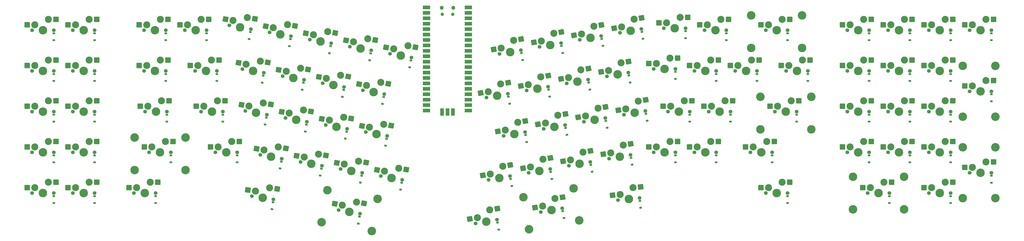
<source format=gbr>
%TF.GenerationSoftware,KiCad,Pcbnew,8.0.1*%
%TF.CreationDate,2024-04-27T19:13:13+09:00*%
%TF.ProjectId,sand-at,73616e64-2d61-4742-9e6b-696361645f70,rev?*%
%TF.SameCoordinates,Original*%
%TF.FileFunction,Soldermask,Bot*%
%TF.FilePolarity,Negative*%
%FSLAX46Y46*%
G04 Gerber Fmt 4.6, Leading zero omitted, Abs format (unit mm)*
G04 Created by KiCad (PCBNEW 8.0.1) date 2024-04-27 19:13:13*
%MOMM*%
%LPD*%
G01*
G04 APERTURE LIST*
G04 Aperture macros list*
%AMRoundRect*
0 Rectangle with rounded corners*
0 $1 Rounding radius*
0 $2 $3 $4 $5 $6 $7 $8 $9 X,Y pos of 4 corners*
0 Add a 4 corners polygon primitive as box body*
4,1,4,$2,$3,$4,$5,$6,$7,$8,$9,$2,$3,0*
0 Add four circle primitives for the rounded corners*
1,1,$1+$1,$2,$3*
1,1,$1+$1,$4,$5*
1,1,$1+$1,$6,$7*
1,1,$1+$1,$8,$9*
0 Add four rect primitives between the rounded corners*
20,1,$1+$1,$2,$3,$4,$5,0*
20,1,$1+$1,$4,$5,$6,$7,0*
20,1,$1+$1,$6,$7,$8,$9,0*
20,1,$1+$1,$8,$9,$2,$3,0*%
G04 Aperture macros list end*
%ADD10C,1.750000*%
%ADD11C,3.987800*%
%ADD12RoundRect,0.250000X-0.835780X-1.162797X1.183076X-0.806818X0.835780X1.162797X-1.183076X0.806818X0*%
%ADD13C,3.300000*%
%ADD14RoundRect,0.250000X-1.025000X-1.000000X1.025000X-1.000000X1.025000X1.000000X-1.025000X1.000000X0*%
%ADD15RoundRect,0.250000X-1.183076X-0.806818X0.835780X-1.162797X1.183076X0.806818X-0.835780X1.162797X0*%
%ADD16C,4.000000*%
%ADD17RoundRect,0.250000X-0.914856X-1.101664X1.123913X-0.887380X0.914856X1.101664X-1.123913X0.887380X0*%
%ADD18RoundRect,0.250000X-1.161551X-0.837511X0.865932X-1.140521X1.161551X0.837511X-0.865932X1.140521X0*%
%ADD19RoundRect,0.225000X0.330232X-0.286700X0.408374X0.156464X-0.330232X0.286700X-0.408374X-0.156464X0*%
%ADD20RoundRect,0.225000X0.396465X-0.184569X0.349427X0.262966X-0.396465X0.184569X-0.349427X-0.262966X0*%
%ADD21RoundRect,0.225000X0.408374X-0.156464X0.330232X0.286700X-0.408374X0.156464X-0.330232X-0.286700X0*%
%ADD22RoundRect,0.225000X0.375000X-0.225000X0.375000X0.225000X-0.375000X0.225000X-0.375000X-0.225000X0*%
%ADD23RoundRect,0.225000X0.337624X-0.277957X0.404138X0.167100X-0.337624X0.277957X-0.404138X-0.167100X0*%
%ADD24O,1.800000X1.800000*%
%ADD25O,1.500000X1.500000*%
%ADD26O,1.700000X1.700000*%
%ADD27R,3.500000X1.700000*%
%ADD28R,1.700000X1.700000*%
%ADD29R,1.700000X3.500000*%
G04 APERTURE END LIST*
D10*
%TO.C,SW52*%
X340113943Y-91140588D03*
D11*
X345116766Y-90258455D03*
D10*
X350119589Y-89376322D03*
D12*
X337427515Y-89035094D03*
D13*
X340923582Y-88418643D03*
X346736045Y-84814565D03*
D12*
X350232112Y-84198114D03*
%TD*%
D10*
%TO.C,SW60*%
X82495000Y-108793050D03*
D11*
X87575000Y-108793050D03*
D10*
X92655000Y-108793050D03*
D14*
X80215000Y-106253050D03*
D13*
X83765000Y-106253050D03*
X90115000Y-103713050D03*
D14*
X93665000Y-103713050D03*
%TD*%
D10*
%TO.C,SW27*%
X199306937Y-76404731D03*
D11*
X204309760Y-77286864D03*
D10*
X209312583Y-78168997D03*
D15*
X197502641Y-73507402D03*
D13*
X200998709Y-74123853D03*
X207693304Y-72725107D03*
D15*
X211189372Y-73341558D03*
%TD*%
D10*
%TO.C,SW7*%
X193234641Y-55990144D03*
D11*
X198237464Y-56872277D03*
D10*
X203240287Y-57754410D03*
D15*
X191430345Y-53092815D03*
D13*
X194926413Y-53709266D03*
X201621008Y-52310520D03*
D15*
X205117076Y-52926971D03*
%TD*%
D16*
%TO.C,S84*%
X319176636Y-140612909D03*
D11*
X316530238Y-125604438D03*
D16*
X295725901Y-144747906D03*
D11*
X293079503Y-129739436D03*
%TD*%
D10*
%TO.C,SW51*%
X321353355Y-94448586D03*
D11*
X326356178Y-93566453D03*
D10*
X331359001Y-92684320D03*
D12*
X318666927Y-92343092D03*
D13*
X322162994Y-91726641D03*
X327975457Y-88122563D03*
D12*
X331471524Y-87506112D03*
%TD*%
D10*
%TO.C,SW67*%
X276821854Y-121644568D03*
D11*
X281824677Y-120762435D03*
D10*
X286827500Y-119880302D03*
D12*
X274135426Y-119539074D03*
D13*
X277631493Y-118922623D03*
X283443956Y-115318545D03*
D12*
X286940023Y-114702094D03*
%TD*%
D10*
%TO.C,SW88*%
X482545000Y-127843050D03*
D11*
X487625000Y-127843050D03*
D10*
X492705000Y-127843050D03*
D14*
X480265000Y-125303050D03*
D13*
X483815000Y-125303050D03*
X490165000Y-122763050D03*
D14*
X493715000Y-122763050D03*
%TD*%
D10*
%TO.C,SW14*%
X358720000Y-50690550D03*
D11*
X363800000Y-50690550D03*
D10*
X368880000Y-50690550D03*
D14*
X356440000Y-48150550D03*
D13*
X359990000Y-48150550D03*
X366340000Y-45610550D03*
D14*
X369890000Y-45610550D03*
%TD*%
D10*
%TO.C,SW85*%
X337292168Y-131131509D03*
D11*
X342344339Y-130600504D03*
D10*
X347396510Y-130069499D03*
D17*
X334759156Y-128843748D03*
D13*
X338289708Y-128472672D03*
X344339420Y-125282830D03*
D17*
X347869973Y-124911754D03*
%TD*%
D10*
%TO.C,SW12*%
X319427507Y-56100411D03*
D11*
X324430330Y-55218278D03*
D10*
X329433153Y-54336145D03*
D12*
X316741079Y-53994917D03*
D13*
X320237146Y-53378466D03*
X326049609Y-49774388D03*
D12*
X329545676Y-49157937D03*
%TD*%
D10*
%TO.C,SW59*%
X63445000Y-108793050D03*
D11*
X68525000Y-108793050D03*
D10*
X73605000Y-108793050D03*
D14*
X61165000Y-106253050D03*
D13*
X64715000Y-106253050D03*
X71065000Y-103713050D03*
D14*
X74615000Y-103713050D03*
%TD*%
D10*
%TO.C,SW44*%
X142502500Y-89743050D03*
D11*
X147582500Y-89743050D03*
D10*
X152662500Y-89743050D03*
D14*
X140222500Y-87203050D03*
D13*
X143772500Y-87203050D03*
X150122500Y-84663050D03*
D14*
X153672500Y-84663050D03*
%TD*%
D10*
%TO.C,SW87*%
X453970000Y-127843050D03*
D11*
X459050000Y-127843050D03*
D10*
X464130000Y-127843050D03*
D14*
X451690000Y-125303050D03*
D13*
X455240000Y-125303050D03*
X461590000Y-122763050D03*
D14*
X465140000Y-122763050D03*
%TD*%
D10*
%TO.C,SW49*%
X283832180Y-101064582D03*
D11*
X288835003Y-100182449D03*
D10*
X293837826Y-99300316D03*
D12*
X281145752Y-98959088D03*
D13*
X284641819Y-98342637D03*
X290454282Y-94738559D03*
D12*
X293950349Y-94122108D03*
%TD*%
D10*
%TO.C,SW20*%
X501595000Y-51643050D03*
D11*
X506675000Y-51643050D03*
D10*
X511755000Y-51643050D03*
D14*
X499315000Y-49103050D03*
D13*
X502865000Y-49103050D03*
X509215000Y-46563050D03*
D14*
X512765000Y-46563050D03*
%TD*%
D10*
%TO.C,SW2*%
X82495000Y-51643050D03*
D11*
X87575000Y-51643050D03*
D10*
X92655000Y-51643050D03*
D14*
X80215000Y-49103050D03*
D13*
X83765000Y-49103050D03*
X90115000Y-46563050D03*
D14*
X93665000Y-46563050D03*
%TD*%
D10*
%TO.C,SW30*%
X294594623Y-79822996D03*
D11*
X299597446Y-78940863D03*
D10*
X304600269Y-78058730D03*
D12*
X291908195Y-77717502D03*
D13*
X295404262Y-77101051D03*
X301216725Y-73496973D03*
D12*
X304712792Y-72880522D03*
%TD*%
D10*
%TO.C,SW73*%
X399201250Y-108793050D03*
D11*
X404281250Y-108793050D03*
D10*
X409361250Y-108793050D03*
D14*
X396921250Y-106253050D03*
D13*
X400471250Y-106253050D03*
X406821250Y-103713050D03*
D14*
X410371250Y-103713050D03*
%TD*%
D10*
%TO.C,SW10*%
X281906331Y-62716407D03*
D11*
X286909154Y-61834274D03*
D10*
X291911977Y-60952141D03*
D12*
X279219903Y-60610913D03*
D13*
X282715970Y-59994462D03*
X288528433Y-56390384D03*
D12*
X292024500Y-55773933D03*
%TD*%
D10*
%TO.C,SW25*%
X161785762Y-69788735D03*
D11*
X166788585Y-70670868D03*
D10*
X171791408Y-71553001D03*
D15*
X159981466Y-66891406D03*
D13*
X163477534Y-67507857D03*
X170172129Y-66109111D03*
D15*
X173668197Y-66725562D03*
%TD*%
D10*
%TO.C,SW31*%
X313355211Y-76514998D03*
D11*
X318358034Y-75632865D03*
D10*
X323360857Y-74750732D03*
D12*
X310668783Y-74409504D03*
D13*
X314164850Y-73793053D03*
X319977313Y-70188975D03*
D12*
X323473380Y-69572524D03*
%TD*%
D10*
%TO.C,SW82*%
X206736487Y-135746392D03*
D11*
X211739310Y-136628525D03*
D10*
X216742133Y-137510658D03*
D15*
X204932191Y-132849063D03*
D13*
X208428259Y-133465514D03*
X215122854Y-132066768D03*
D15*
X218618922Y-132683219D03*
%TD*%
D10*
%TO.C,SW39*%
X482545000Y-70693050D03*
D11*
X487625000Y-70693050D03*
D10*
X492705000Y-70693050D03*
D14*
X480265000Y-68153050D03*
D13*
X483815000Y-68153050D03*
X490165000Y-65613050D03*
D14*
X493715000Y-65613050D03*
%TD*%
D10*
%TO.C,SW40*%
X501595000Y-80218050D03*
D11*
X506675000Y-80218050D03*
D10*
X511755000Y-80218050D03*
D14*
X499315000Y-77678050D03*
D13*
X502865000Y-77678050D03*
X509215000Y-75138050D03*
D14*
X512765000Y-75138050D03*
%TD*%
D10*
%TO.C,SW3*%
X115832500Y-51643050D03*
D11*
X120912500Y-51643050D03*
D10*
X125992500Y-51643050D03*
D14*
X113552500Y-49103050D03*
D13*
X117102500Y-49103050D03*
X123452500Y-46563050D03*
D14*
X127002500Y-46563050D03*
%TD*%
D10*
%TO.C,SW74*%
X444445000Y-108793050D03*
D11*
X449525000Y-108793050D03*
D10*
X454605000Y-108793050D03*
D14*
X442165000Y-106253050D03*
D13*
X445715000Y-106253050D03*
X452065000Y-103713050D03*
D14*
X455615000Y-103713050D03*
%TD*%
D10*
%TO.C,SW63*%
X170178236Y-109956309D03*
D11*
X175181059Y-110838442D03*
D10*
X180183882Y-111720575D03*
D15*
X168373940Y-107058980D03*
D13*
X171870008Y-107675431D03*
X178564603Y-106276685D03*
D15*
X182060671Y-106893136D03*
%TD*%
D16*
%TO.C,S61*%
X111387500Y-101808050D03*
D11*
X111387500Y-117048050D03*
D16*
X135200000Y-101808050D03*
D11*
X135200000Y-117048050D03*
%TD*%
D10*
%TO.C,SW65*%
X207699412Y-116572304D03*
D11*
X212702235Y-117454437D03*
D10*
X217705058Y-118336570D03*
D15*
X205895116Y-113674975D03*
D13*
X209391184Y-114291426D03*
X216085779Y-112892680D03*
D15*
X219581847Y-113509131D03*
%TD*%
D10*
%TO.C,SW84*%
X301235513Y-136683658D03*
D11*
X306238336Y-135801525D03*
D10*
X311241159Y-134919392D03*
D12*
X298549085Y-134578164D03*
D13*
X302045152Y-133961713D03*
X307857615Y-130357635D03*
D12*
X311353682Y-129741184D03*
%TD*%
D10*
%TO.C,SW1*%
X63445000Y-51643050D03*
D11*
X68525000Y-51643050D03*
D10*
X73605000Y-51643050D03*
D14*
X61165000Y-49103050D03*
D13*
X64715000Y-49103050D03*
X71065000Y-46563050D03*
D14*
X74615000Y-46563050D03*
%TD*%
D10*
%TO.C,SW81*%
X166203719Y-129245721D03*
D11*
X171227920Y-129996593D03*
D10*
X176252121Y-130747465D03*
D18*
X164324199Y-126396615D03*
D13*
X167835205Y-126921339D03*
X174490892Y-125347828D03*
D18*
X178001898Y-125872552D03*
%TD*%
D10*
%TO.C,SW50*%
X302592768Y-97756584D03*
D11*
X307595591Y-96874451D03*
D10*
X312598414Y-95992318D03*
D12*
X299906340Y-95651090D03*
D13*
X303402407Y-95034639D03*
X309214870Y-91430561D03*
D12*
X312710937Y-90814110D03*
%TD*%
D10*
%TO.C,SW24*%
X139645000Y-70693050D03*
D11*
X144725000Y-70693050D03*
D10*
X149805000Y-70693050D03*
D14*
X137365000Y-68153050D03*
D13*
X140915000Y-68153050D03*
X147265000Y-65613050D03*
D14*
X150815000Y-65613050D03*
%TD*%
D10*
%TO.C,SW48*%
X219449674Y-99300316D03*
D11*
X224452497Y-100182449D03*
D10*
X229455320Y-101064582D03*
D15*
X217645378Y-96402987D03*
D13*
X221141446Y-97019438D03*
X227836041Y-95620692D03*
D15*
X231332109Y-96237143D03*
%TD*%
D10*
%TO.C,SW56*%
X444445000Y-89743050D03*
D11*
X449525000Y-89743050D03*
D10*
X454605000Y-89743050D03*
D14*
X442165000Y-87203050D03*
D13*
X445715000Y-87203050D03*
X452065000Y-84663050D03*
D14*
X455615000Y-84663050D03*
%TD*%
D10*
%TO.C,SW5*%
X155713466Y-49374149D03*
D11*
X160716289Y-50256282D03*
D10*
X165719112Y-51138415D03*
D15*
X153909170Y-46476820D03*
D13*
X157405238Y-47093271D03*
X164099833Y-45694525D03*
D15*
X167595901Y-46310976D03*
%TD*%
D10*
%TO.C,SW26*%
X180546350Y-73096733D03*
D11*
X185549173Y-73978866D03*
D10*
X190551996Y-74860999D03*
D15*
X178742054Y-70199404D03*
D13*
X182238122Y-70815855D03*
X188932717Y-69417109D03*
D15*
X192428785Y-70033560D03*
%TD*%
D10*
%TO.C,SW61*%
X118213750Y-108793050D03*
D11*
X123293750Y-108793050D03*
D10*
X128373750Y-108793050D03*
D14*
X115933750Y-106253050D03*
D13*
X119483750Y-106253050D03*
X125833750Y-103713050D03*
D14*
X129383750Y-103713050D03*
%TD*%
D10*
%TO.C,SW8*%
X211995229Y-59298142D03*
D11*
X216998052Y-60180275D03*
D10*
X222000875Y-61062408D03*
D15*
X210190933Y-56400813D03*
D13*
X213687001Y-57017264D03*
X220381596Y-55618518D03*
D15*
X223877664Y-56234969D03*
%TD*%
D10*
%TO.C,SW23*%
X115832500Y-70693050D03*
D11*
X120912500Y-70693050D03*
D10*
X125992500Y-70693050D03*
D14*
X113552500Y-68153050D03*
D13*
X117102500Y-68153050D03*
X123452500Y-65613050D03*
D14*
X127002500Y-65613050D03*
%TD*%
D10*
%TO.C,SW86*%
X406345000Y-127843050D03*
D11*
X411425000Y-127843050D03*
D10*
X416505000Y-127843050D03*
D14*
X404065000Y-125303050D03*
D13*
X407615000Y-125303050D03*
X413965000Y-122763050D03*
D14*
X417515000Y-122763050D03*
%TD*%
D10*
%TO.C,SW33*%
X353957500Y-69740550D03*
D11*
X359037500Y-69740550D03*
D10*
X364117500Y-69740550D03*
D14*
X351677500Y-67200550D03*
D13*
X355227500Y-67200550D03*
X361577500Y-64660550D03*
D14*
X365127500Y-64660550D03*
%TD*%
D10*
%TO.C,SW13*%
X338188094Y-52792413D03*
D11*
X343190917Y-51910280D03*
D10*
X348193740Y-51028147D03*
D12*
X335501666Y-50686919D03*
D13*
X338997733Y-50070468D03*
X344810196Y-46466390D03*
D12*
X348306263Y-45849939D03*
%TD*%
D10*
%TO.C,SW55*%
X410631250Y-89743050D03*
D11*
X415711250Y-89743050D03*
D10*
X420791250Y-89743050D03*
D14*
X408351250Y-87203050D03*
D13*
X411901250Y-87203050D03*
X418251250Y-84663050D03*
D14*
X421801250Y-84663050D03*
%TD*%
D10*
%TO.C,SW71*%
X353957500Y-108793050D03*
D11*
X359037500Y-108793050D03*
D10*
X364117500Y-108793050D03*
D14*
X351677500Y-106253050D03*
D13*
X355227500Y-106253050D03*
X361577500Y-103713050D03*
D14*
X365127500Y-103713050D03*
%TD*%
D16*
%TO.C,S40*%
X513660000Y-68311800D03*
D11*
X498420000Y-68311800D03*
D16*
X513660000Y-92124300D03*
D11*
X498420000Y-92124300D03*
%TD*%
D10*
%TO.C,SW36*%
X415870000Y-70693050D03*
D11*
X420950000Y-70693050D03*
D10*
X426030000Y-70693050D03*
D14*
X413590000Y-68153050D03*
D13*
X417140000Y-68153050D03*
X423490000Y-65613050D03*
D14*
X427040000Y-65613050D03*
%TD*%
D10*
%TO.C,SW34*%
X373007500Y-70693050D03*
D11*
X378087500Y-70693050D03*
D10*
X383167500Y-70693050D03*
D14*
X370727500Y-68153050D03*
D13*
X374277500Y-68153050D03*
X380627500Y-65613050D03*
D14*
X384177500Y-65613050D03*
%TD*%
D10*
%TO.C,SW42*%
X82495000Y-89743050D03*
D11*
X87575000Y-89743050D03*
D10*
X92655000Y-89743050D03*
D14*
X80215000Y-87203050D03*
D13*
X83765000Y-87203050D03*
X90115000Y-84663050D03*
D14*
X93665000Y-84663050D03*
%TD*%
D16*
%TO.C,S55*%
X403805000Y-82758050D03*
D11*
X403805000Y-97998050D03*
D16*
X427617500Y-82758050D03*
D11*
X427617500Y-97998050D03*
%TD*%
D10*
%TO.C,SW46*%
X181928499Y-92684320D03*
D11*
X186931322Y-93566453D03*
D10*
X191934145Y-94448586D03*
D15*
X180124203Y-89786991D03*
D13*
X183620271Y-90403442D03*
X190314866Y-89004696D03*
D15*
X193810934Y-89621147D03*
%TD*%
D10*
%TO.C,SW21*%
X63445000Y-70693050D03*
D11*
X68525000Y-70693050D03*
D10*
X73605000Y-70693050D03*
D14*
X61165000Y-68153050D03*
D13*
X64715000Y-68153050D03*
X71065000Y-65613050D03*
D14*
X74615000Y-65613050D03*
%TD*%
D10*
%TO.C,SW35*%
X392057500Y-70693050D03*
D11*
X397137500Y-70693050D03*
D10*
X402217500Y-70693050D03*
D14*
X389777500Y-68153050D03*
D13*
X393327500Y-68153050D03*
X399677500Y-65613050D03*
D14*
X403227500Y-65613050D03*
%TD*%
D10*
%TO.C,SW45*%
X163167911Y-89376322D03*
D11*
X168170734Y-90258455D03*
D10*
X173173557Y-91140588D03*
D15*
X161363615Y-86478993D03*
D13*
X164859683Y-87095444D03*
X171554278Y-85696698D03*
D15*
X175050346Y-86313149D03*
%TD*%
D10*
%TO.C,SW64*%
X188938824Y-113264307D03*
D11*
X193941647Y-114146440D03*
D10*
X198944470Y-115028573D03*
D15*
X187134528Y-110366978D03*
D13*
X190630596Y-110983429D03*
X197325191Y-109584683D03*
D15*
X200821259Y-110201134D03*
%TD*%
D10*
%TO.C,SW70*%
X333103618Y-111720575D03*
D11*
X338106441Y-110838442D03*
D10*
X343109264Y-109956309D03*
D12*
X330417190Y-109615081D03*
D13*
X333913257Y-108998630D03*
X339725720Y-105394552D03*
D12*
X343221787Y-104778101D03*
%TD*%
D10*
%TO.C,SW9*%
X230755817Y-62606140D03*
D11*
X235758640Y-63488273D03*
D10*
X240761463Y-64370406D03*
D15*
X228951521Y-59708811D03*
D13*
X232447589Y-60325262D03*
X239142184Y-58926516D03*
D15*
X242638252Y-59542967D03*
%TD*%
D10*
%TO.C,SW41*%
X63445000Y-89743050D03*
D11*
X68525000Y-89743050D03*
D10*
X73605000Y-89743050D03*
D14*
X61165000Y-87203050D03*
D13*
X64715000Y-87203050D03*
X71065000Y-84663050D03*
D14*
X74615000Y-84663050D03*
%TD*%
D10*
%TO.C,SW11*%
X300666919Y-59408409D03*
D11*
X305669742Y-58526276D03*
D10*
X310672565Y-57644143D03*
D12*
X297980491Y-57302915D03*
D13*
X301476558Y-56686464D03*
X307289021Y-53082386D03*
D12*
X310785088Y-52465935D03*
%TD*%
D10*
%TO.C,SW37*%
X444445000Y-70693050D03*
D11*
X449525000Y-70693050D03*
D10*
X454605000Y-70693050D03*
D14*
X442165000Y-68153050D03*
D13*
X445715000Y-68153050D03*
X452065000Y-65613050D03*
D14*
X455615000Y-65613050D03*
%TD*%
D10*
%TO.C,SW78*%
X63445000Y-127843050D03*
D11*
X68525000Y-127843050D03*
D10*
X73605000Y-127843050D03*
D14*
X61165000Y-125303050D03*
D13*
X64715000Y-125303050D03*
X71065000Y-122763050D03*
D14*
X74615000Y-122763050D03*
%TD*%
D10*
%TO.C,SW54*%
X379675000Y-89743050D03*
D11*
X384755000Y-89743050D03*
D10*
X389835000Y-89743050D03*
D14*
X377395000Y-87203050D03*
D13*
X380945000Y-87203050D03*
X387295000Y-84663050D03*
D14*
X390845000Y-84663050D03*
%TD*%
D10*
%TO.C,SW53*%
X360625000Y-89743050D03*
D11*
X365705000Y-89743050D03*
D10*
X370785000Y-89743050D03*
D14*
X358345000Y-87203050D03*
D13*
X361895000Y-87203050D03*
X368245000Y-84663050D03*
D14*
X371795000Y-84663050D03*
%TD*%
D10*
%TO.C,SW75*%
X463495000Y-108793050D03*
D11*
X468575000Y-108793050D03*
D10*
X473655000Y-108793050D03*
D14*
X461215000Y-106253050D03*
D13*
X464765000Y-106253050D03*
X471115000Y-103713050D03*
D14*
X474665000Y-103713050D03*
%TD*%
D10*
%TO.C,SW47*%
X200689086Y-95992318D03*
D11*
X205691909Y-96874451D03*
D10*
X210694732Y-97756584D03*
D15*
X198884790Y-93094989D03*
D13*
X202380858Y-93711440D03*
X209075453Y-92312694D03*
D15*
X212571521Y-92929145D03*
%TD*%
D10*
%TO.C,SW17*%
X444445000Y-51643050D03*
D11*
X449525000Y-51643050D03*
D10*
X454605000Y-51643050D03*
D14*
X442165000Y-49103050D03*
D13*
X445715000Y-49103050D03*
X452065000Y-46563050D03*
D14*
X455615000Y-46563050D03*
%TD*%
D16*
%TO.C,S16*%
X399518750Y-44658050D03*
D11*
X399518750Y-59898050D03*
D16*
X423331250Y-44658050D03*
D11*
X423331250Y-59898050D03*
%TD*%
D10*
%TO.C,SW69*%
X314343030Y-115028573D03*
D11*
X319345853Y-114146440D03*
D10*
X324348676Y-113264307D03*
D12*
X311656602Y-112923079D03*
D13*
X315152669Y-112306628D03*
X320965132Y-108702550D03*
D12*
X324461199Y-108086099D03*
%TD*%
D16*
%TO.C,S87*%
X470956250Y-135460000D03*
D11*
X470956250Y-120220000D03*
D16*
X447143750Y-135460000D03*
D11*
X447143750Y-120220000D03*
%TD*%
D10*
%TO.C,SW77*%
X501595000Y-118318050D03*
D11*
X506675000Y-118318050D03*
D10*
X511755000Y-118318050D03*
D14*
X499315000Y-115778050D03*
D13*
X502865000Y-115778050D03*
X509215000Y-113238050D03*
D14*
X512765000Y-113238050D03*
%TD*%
D16*
%TO.C,S82*%
X222251745Y-145574906D03*
D11*
X224898143Y-130566436D03*
D16*
X198801010Y-141439909D03*
D11*
X201447408Y-126431438D03*
%TD*%
D10*
%TO.C,SW28*%
X218067525Y-79712728D03*
D11*
X223070348Y-80594861D03*
D10*
X228073171Y-81476994D03*
D15*
X216263229Y-76815399D03*
D13*
X219759297Y-77431850D03*
X226453892Y-76033104D03*
D15*
X229949960Y-76649555D03*
%TD*%
D10*
%TO.C,SW19*%
X482545000Y-51643050D03*
D11*
X487625000Y-51643050D03*
D10*
X492705000Y-51643050D03*
D14*
X480265000Y-49103050D03*
D13*
X483815000Y-49103050D03*
X490165000Y-46563050D03*
D14*
X493715000Y-46563050D03*
%TD*%
D10*
%TO.C,SW66*%
X226460000Y-119880302D03*
D11*
X231462823Y-120762435D03*
D10*
X236465646Y-121644568D03*
D15*
X224655704Y-116982973D03*
D13*
X228151772Y-117599424D03*
X234846367Y-116200678D03*
D15*
X238342435Y-116817129D03*
%TD*%
D10*
%TO.C,SW79*%
X82495000Y-127843050D03*
D11*
X87575000Y-127843050D03*
D10*
X92655000Y-127843050D03*
D14*
X80215000Y-125303050D03*
D13*
X83765000Y-125303050D03*
X90115000Y-122763050D03*
D14*
X93665000Y-122763050D03*
%TD*%
D10*
%TO.C,SW18*%
X463495000Y-51643050D03*
D11*
X468575000Y-51643050D03*
D10*
X473655000Y-51643050D03*
D14*
X461215000Y-49103050D03*
D13*
X464765000Y-49103050D03*
X471115000Y-46563050D03*
D14*
X474665000Y-46563050D03*
%TD*%
D10*
%TO.C,SW57*%
X463495000Y-89743050D03*
D11*
X468575000Y-89743050D03*
D10*
X473655000Y-89743050D03*
D14*
X461215000Y-87203050D03*
D13*
X464765000Y-87203050D03*
X471115000Y-84663050D03*
D14*
X474665000Y-84663050D03*
%TD*%
D10*
%TO.C,SW83*%
X270749558Y-142059155D03*
D11*
X275752381Y-141177022D03*
D10*
X280755204Y-140294889D03*
D12*
X268063130Y-139953661D03*
D13*
X271559197Y-139337210D03*
X277371660Y-135733132D03*
D12*
X280867727Y-135116681D03*
%TD*%
D10*
%TO.C,SW6*%
X174474053Y-52682146D03*
D11*
X179476876Y-53564279D03*
D10*
X184479699Y-54446412D03*
D15*
X172669757Y-49784817D03*
D13*
X176165825Y-50401268D03*
X182860420Y-49002522D03*
D15*
X186356488Y-49618973D03*
%TD*%
D10*
%TO.C,SW43*%
X116308750Y-89743050D03*
D11*
X121388750Y-89743050D03*
D10*
X126468750Y-89743050D03*
D14*
X114028750Y-87203050D03*
D13*
X117578750Y-87203050D03*
X123928750Y-84663050D03*
D14*
X127478750Y-84663050D03*
%TD*%
D10*
%TO.C,SW32*%
X332115798Y-73207000D03*
D11*
X337118621Y-72324867D03*
D10*
X342121444Y-71442734D03*
D12*
X329429370Y-71101506D03*
D13*
X332925437Y-70485055D03*
X338737900Y-66880977D03*
D12*
X342233967Y-66264526D03*
%TD*%
D10*
%TO.C,SW15*%
X377770000Y-51643050D03*
D11*
X382850000Y-51643050D03*
D10*
X387930000Y-51643050D03*
D14*
X375490000Y-49103050D03*
D13*
X379040000Y-49103050D03*
X385390000Y-46563050D03*
D14*
X388940000Y-46563050D03*
%TD*%
D10*
%TO.C,SW68*%
X295582442Y-118336570D03*
D11*
X300585265Y-117454437D03*
D10*
X305588088Y-116572304D03*
D12*
X292896014Y-116231076D03*
D13*
X296392081Y-115614625D03*
X302204544Y-112010547D03*
D12*
X305700611Y-111394096D03*
%TD*%
D16*
%TO.C,S77*%
X513660000Y-106411800D03*
D11*
X498420000Y-106411800D03*
D16*
X513660000Y-130224300D03*
D11*
X498420000Y-130224300D03*
%TD*%
D10*
%TO.C,SW76*%
X482545000Y-108793050D03*
D11*
X487625000Y-108793050D03*
D10*
X492705000Y-108793050D03*
D14*
X480265000Y-106253050D03*
D13*
X483815000Y-106253050D03*
X490165000Y-103713050D03*
D14*
X493715000Y-103713050D03*
%TD*%
D10*
%TO.C,SW58*%
X482545000Y-89743050D03*
D11*
X487625000Y-89743050D03*
D10*
X492705000Y-89743050D03*
D14*
X480265000Y-87203050D03*
D13*
X483815000Y-87203050D03*
X490165000Y-84663050D03*
D14*
X493715000Y-84663050D03*
%TD*%
D10*
%TO.C,SW29*%
X275834035Y-83130993D03*
D11*
X280836858Y-82248860D03*
D10*
X285839681Y-81366727D03*
D12*
X273147607Y-81025499D03*
D13*
X276643674Y-80409048D03*
X282456137Y-76804970D03*
D12*
X285952204Y-76188519D03*
%TD*%
D10*
%TO.C,SW16*%
X406345000Y-51643050D03*
D11*
X411425000Y-51643050D03*
D10*
X416505000Y-51643050D03*
D14*
X404065000Y-49103050D03*
D13*
X407615000Y-49103050D03*
X413965000Y-46563050D03*
D14*
X417515000Y-46563050D03*
%TD*%
D10*
%TO.C,SW72*%
X373007500Y-108793050D03*
D11*
X378087500Y-108793050D03*
D10*
X383167500Y-108793050D03*
D14*
X370727500Y-106253050D03*
D13*
X374277500Y-106253050D03*
X380627500Y-103713050D03*
D14*
X384177500Y-103713050D03*
%TD*%
D10*
%TO.C,SW80*%
X111070000Y-127843050D03*
D11*
X116150000Y-127843050D03*
D10*
X121230000Y-127843050D03*
D14*
X108790000Y-125303050D03*
D13*
X112340000Y-125303050D03*
X118690000Y-122763050D03*
D14*
X122240000Y-122763050D03*
%TD*%
D10*
%TO.C,SW38*%
X463495000Y-70693050D03*
D11*
X468575000Y-70693050D03*
D10*
X473655000Y-70693050D03*
D14*
X461215000Y-68153050D03*
D13*
X464765000Y-68153050D03*
X471115000Y-65613050D03*
D14*
X474665000Y-65613050D03*
%TD*%
D10*
%TO.C,SW4*%
X134882500Y-51643050D03*
D11*
X139962500Y-51643050D03*
D10*
X145042500Y-51643050D03*
D14*
X132602500Y-49103050D03*
D13*
X136152500Y-49103050D03*
X142502500Y-46563050D03*
D14*
X146052500Y-46563050D03*
%TD*%
D10*
%TO.C,SW62*%
X149170000Y-108793050D03*
D11*
X154250000Y-108793050D03*
D10*
X159330000Y-108793050D03*
D14*
X146890000Y-106253050D03*
D13*
X150440000Y-106253050D03*
X156790000Y-103713050D03*
D14*
X160340000Y-103713050D03*
%TD*%
D10*
%TO.C,SW22*%
X82495000Y-70693050D03*
D11*
X87575000Y-70693050D03*
D10*
X92655000Y-70693050D03*
D14*
X80215000Y-68153050D03*
D13*
X83765000Y-68153050D03*
X90115000Y-65613050D03*
D14*
X93665000Y-65613050D03*
%TD*%
D19*
%TO.C,D7*%
X202427614Y-62363310D03*
X203000652Y-59113444D03*
%TD*%
D20*
%TO.C,D85*%
X347885703Y-134723861D03*
X347540759Y-131441939D03*
%TD*%
D21*
%TO.C,D30*%
X305412942Y-82667630D03*
X304839904Y-79417764D03*
%TD*%
%TO.C,D52*%
X350932262Y-93985222D03*
X350359224Y-90735356D03*
%TD*%
%TO.C,D12*%
X330245826Y-58945045D03*
X329672788Y-55695179D03*
%TD*%
%TO.C,D11*%
X311485238Y-62253043D03*
X310912200Y-59003177D03*
%TD*%
D22*
%TO.C,D15*%
X387930000Y-56323050D03*
X387930000Y-53023050D03*
%TD*%
%TO.C,D38*%
X473655000Y-75373050D03*
X473655000Y-72073050D03*
%TD*%
D21*
%TO.C,D50*%
X313411087Y-100601218D03*
X312838049Y-97351352D03*
%TD*%
D23*
%TO.C,D81*%
X175560372Y-135376058D03*
X176048144Y-132112306D03*
%TD*%
D22*
%TO.C,D72*%
X383167500Y-113473050D03*
X383167500Y-110173050D03*
%TD*%
%TO.C,D56*%
X454605000Y-94423050D03*
X454605000Y-91123050D03*
%TD*%
%TO.C,D58*%
X492705000Y-94423050D03*
X492705000Y-91123050D03*
%TD*%
%TO.C,D3*%
X125992500Y-56323050D03*
X125992500Y-53023050D03*
%TD*%
D19*
%TO.C,D66*%
X235652973Y-126253468D03*
X236226011Y-123003602D03*
%TD*%
D22*
%TO.C,D77*%
X511755000Y-122998050D03*
X511755000Y-119698050D03*
%TD*%
D21*
%TO.C,D10*%
X292724650Y-65561041D03*
X292151612Y-62311175D03*
%TD*%
D22*
%TO.C,D60*%
X92655000Y-113473050D03*
X92655000Y-110173050D03*
%TD*%
%TO.C,D78*%
X73605000Y-132523050D03*
X73605000Y-129223050D03*
%TD*%
%TO.C,D76*%
X492705000Y-113473050D03*
X492705000Y-110173050D03*
%TD*%
%TO.C,D16*%
X416505000Y-56323050D03*
X416505000Y-53023050D03*
%TD*%
D21*
%TO.C,D69*%
X325161349Y-117873207D03*
X324588311Y-114623341D03*
%TD*%
%TO.C,D31*%
X324173530Y-79359632D03*
X323600492Y-76109766D03*
%TD*%
D24*
%TO.C,U1*%
X260335000Y-41120550D03*
D25*
X260035000Y-44150550D03*
X255185000Y-44150550D03*
D24*
X254885000Y-41120550D03*
D26*
X266500000Y-40990550D03*
D27*
X267400000Y-40990550D03*
D26*
X266500000Y-43530550D03*
D27*
X267400000Y-43530550D03*
D28*
X266500000Y-46070550D03*
D27*
X267400000Y-46070550D03*
D26*
X266500000Y-48610550D03*
D27*
X267400000Y-48610550D03*
D26*
X266500000Y-51150550D03*
D27*
X267400000Y-51150550D03*
D26*
X266500000Y-53690550D03*
D27*
X267400000Y-53690550D03*
D26*
X266500000Y-56230550D03*
D27*
X267400000Y-56230550D03*
D28*
X266500000Y-58770550D03*
D27*
X267400000Y-58770550D03*
D26*
X266500000Y-61310550D03*
D27*
X267400000Y-61310550D03*
D26*
X266500000Y-63850550D03*
D27*
X267400000Y-63850550D03*
D26*
X266500000Y-66390550D03*
D27*
X267400000Y-66390550D03*
D26*
X266500000Y-68930550D03*
D27*
X267400000Y-68930550D03*
D28*
X266500000Y-71470550D03*
D27*
X267400000Y-71470550D03*
D26*
X266500000Y-74010550D03*
D27*
X267400000Y-74010550D03*
D26*
X266500000Y-76550550D03*
D27*
X267400000Y-76550550D03*
D26*
X266500000Y-79090550D03*
D27*
X267400000Y-79090550D03*
D26*
X266500000Y-81630550D03*
D27*
X267400000Y-81630550D03*
D28*
X266500000Y-84170550D03*
D27*
X267400000Y-84170550D03*
D26*
X266500000Y-86710550D03*
D27*
X267400000Y-86710550D03*
D26*
X266500000Y-89250550D03*
D27*
X267400000Y-89250550D03*
D26*
X248720000Y-89250550D03*
D27*
X247820000Y-89250550D03*
D26*
X248720000Y-86710550D03*
D27*
X247820000Y-86710550D03*
D28*
X248720000Y-84170550D03*
D27*
X247820000Y-84170550D03*
D26*
X248720000Y-81630550D03*
D27*
X247820000Y-81630550D03*
D26*
X248720000Y-79090550D03*
D27*
X247820000Y-79090550D03*
D26*
X248720000Y-76550550D03*
D27*
X247820000Y-76550550D03*
D26*
X248720000Y-74010550D03*
D27*
X247820000Y-74010550D03*
D28*
X248720000Y-71470550D03*
D27*
X247820000Y-71470550D03*
D26*
X248720000Y-68930550D03*
D27*
X247820000Y-68930550D03*
D26*
X248720000Y-66390550D03*
D27*
X247820000Y-66390550D03*
D26*
X248720000Y-63850550D03*
D27*
X247820000Y-63850550D03*
D26*
X248720000Y-61310550D03*
D27*
X247820000Y-61310550D03*
D28*
X248720000Y-58770550D03*
D27*
X247820000Y-58770550D03*
D26*
X248720000Y-56230550D03*
D27*
X247820000Y-56230550D03*
D26*
X248720000Y-53690550D03*
D27*
X247820000Y-53690550D03*
D26*
X248720000Y-51150550D03*
D27*
X247820000Y-51150550D03*
D26*
X248720000Y-48610550D03*
D27*
X247820000Y-48610550D03*
D28*
X248720000Y-46070550D03*
D27*
X247820000Y-46070550D03*
D26*
X248720000Y-43530550D03*
D27*
X247820000Y-43530550D03*
D26*
X248720000Y-40990550D03*
D27*
X247820000Y-40990550D03*
D26*
X260150000Y-89020550D03*
D29*
X260150000Y-89920550D03*
D28*
X257610000Y-89020550D03*
D29*
X257610000Y-89920550D03*
D26*
X255070000Y-89020550D03*
D29*
X255070000Y-89920550D03*
%TD*%
D22*
%TO.C,D20*%
X511755000Y-56323050D03*
X511755000Y-53023050D03*
%TD*%
%TO.C,D61*%
X128373750Y-113473050D03*
X128373750Y-110173050D03*
%TD*%
D19*
%TO.C,D47*%
X209882059Y-102365484D03*
X210455097Y-99115618D03*
%TD*%
D22*
%TO.C,D14*%
X368880000Y-55370550D03*
X368880000Y-52070550D03*
%TD*%
%TO.C,D24*%
X149805000Y-75373050D03*
X149805000Y-72073050D03*
%TD*%
%TO.C,D79*%
X92655000Y-132523050D03*
X92655000Y-129223050D03*
%TD*%
%TO.C,D42*%
X92655000Y-94423050D03*
X92655000Y-91123050D03*
%TD*%
%TO.C,D34*%
X383167500Y-75373050D03*
X383167500Y-72073050D03*
%TD*%
D21*
%TO.C,D70*%
X343921937Y-114565209D03*
X343348899Y-111315343D03*
%TD*%
D22*
%TO.C,D59*%
X73605000Y-113473050D03*
X73605000Y-110173050D03*
%TD*%
%TO.C,D36*%
X426030000Y-75373050D03*
X426030000Y-72073050D03*
%TD*%
%TO.C,D53*%
X370785000Y-94423050D03*
X370785000Y-91123050D03*
%TD*%
D21*
%TO.C,D29*%
X286652354Y-85975627D03*
X286079316Y-82725761D03*
%TD*%
%TO.C,D67*%
X287640173Y-124489202D03*
X287067135Y-121239336D03*
%TD*%
%TO.C,D13*%
X349006413Y-55637047D03*
X348433375Y-52387181D03*
%TD*%
%TO.C,D32*%
X342934117Y-76051634D03*
X342361079Y-72801768D03*
%TD*%
D22*
%TO.C,D17*%
X454605000Y-56323050D03*
X454605000Y-53023050D03*
%TD*%
D19*
%TO.C,D5*%
X164906439Y-55747315D03*
X165479477Y-52497449D03*
%TD*%
D22*
%TO.C,D87*%
X464130000Y-132523050D03*
X464130000Y-129223050D03*
%TD*%
%TO.C,D18*%
X473655000Y-56323050D03*
X473655000Y-53023050D03*
%TD*%
%TO.C,D22*%
X92655000Y-75373050D03*
X92655000Y-72073050D03*
%TD*%
D19*
%TO.C,D45*%
X172360884Y-95749488D03*
X172933922Y-92499622D03*
%TD*%
D22*
%TO.C,D35*%
X402217500Y-75373050D03*
X402217500Y-72073050D03*
%TD*%
%TO.C,D33*%
X364117500Y-74420550D03*
X364117500Y-71120550D03*
%TD*%
%TO.C,D55*%
X420791250Y-94423050D03*
X420791250Y-91123050D03*
%TD*%
D19*
%TO.C,D46*%
X191121472Y-99057486D03*
X191694510Y-95807620D03*
%TD*%
%TO.C,D25*%
X170978735Y-76161901D03*
X171551773Y-72912035D03*
%TD*%
D22*
%TO.C,D37*%
X454605000Y-75373050D03*
X454605000Y-72073050D03*
%TD*%
%TO.C,D57*%
X473655000Y-94423050D03*
X473655000Y-91123050D03*
%TD*%
D19*
%TO.C,D9*%
X239948790Y-68979306D03*
X240521828Y-65729440D03*
%TD*%
D22*
%TO.C,D2*%
X92655000Y-56323050D03*
X92655000Y-53023050D03*
%TD*%
%TO.C,D21*%
X73605000Y-75373050D03*
X73605000Y-72073050D03*
%TD*%
D21*
%TO.C,D68*%
X306400761Y-121181204D03*
X305827723Y-117931338D03*
%TD*%
D22*
%TO.C,D75*%
X473655000Y-113473050D03*
X473655000Y-110173050D03*
%TD*%
D21*
%TO.C,D51*%
X332171674Y-97293220D03*
X331598636Y-94043354D03*
%TD*%
D19*
%TO.C,D27*%
X208499910Y-82777897D03*
X209072948Y-79528031D03*
%TD*%
D22*
%TO.C,D73*%
X409361250Y-113473050D03*
X409361250Y-110173050D03*
%TD*%
%TO.C,D54*%
X389835000Y-94423050D03*
X389835000Y-91123050D03*
%TD*%
D19*
%TO.C,D28*%
X227260498Y-86085894D03*
X227833536Y-82836028D03*
%TD*%
D21*
%TO.C,D84*%
X312053832Y-139528292D03*
X311480794Y-136278426D03*
%TD*%
D19*
%TO.C,D8*%
X221188202Y-65671308D03*
X221761240Y-62421442D03*
%TD*%
D22*
%TO.C,D4*%
X145042500Y-56323050D03*
X145042500Y-53023050D03*
%TD*%
%TO.C,D40*%
X511755000Y-84898050D03*
X511755000Y-81598050D03*
%TD*%
%TO.C,D88*%
X492705000Y-132523050D03*
X492705000Y-129223050D03*
%TD*%
%TO.C,D41*%
X73605000Y-94423050D03*
X73605000Y-91123050D03*
%TD*%
%TO.C,D44*%
X152662500Y-94423050D03*
X152662500Y-91123050D03*
%TD*%
D19*
%TO.C,D6*%
X183667026Y-59055312D03*
X184240064Y-55805446D03*
%TD*%
%TO.C,D65*%
X216892385Y-122945470D03*
X217465423Y-119695604D03*
%TD*%
D22*
%TO.C,D1*%
X73605000Y-56323050D03*
X73605000Y-53023050D03*
%TD*%
%TO.C,D39*%
X492705000Y-75373050D03*
X492705000Y-72073050D03*
%TD*%
D19*
%TO.C,D64*%
X198131797Y-119637473D03*
X198704835Y-116387607D03*
%TD*%
D21*
%TO.C,D49*%
X294650499Y-103909216D03*
X294077461Y-100659350D03*
%TD*%
D22*
%TO.C,D43*%
X126468750Y-94423050D03*
X126468750Y-91123050D03*
%TD*%
%TO.C,D80*%
X121230000Y-132523050D03*
X121230000Y-129223050D03*
%TD*%
%TO.C,D71*%
X364117500Y-113473050D03*
X364117500Y-110173050D03*
%TD*%
D21*
%TO.C,D83*%
X281567877Y-144903789D03*
X280994839Y-141653923D03*
%TD*%
D22*
%TO.C,D19*%
X492705000Y-56323050D03*
X492705000Y-53023050D03*
%TD*%
D19*
%TO.C,D26*%
X189739323Y-79469899D03*
X190312361Y-76220033D03*
%TD*%
D22*
%TO.C,D74*%
X454605000Y-113473050D03*
X454605000Y-110173050D03*
%TD*%
D19*
%TO.C,D48*%
X228642647Y-105673482D03*
X229215685Y-102423616D03*
%TD*%
D22*
%TO.C,D62*%
X159330000Y-113473050D03*
X159330000Y-110173050D03*
%TD*%
D19*
%TO.C,D63*%
X179371209Y-116329475D03*
X179944247Y-113079609D03*
%TD*%
%TO.C,D82*%
X215929460Y-142119558D03*
X216502498Y-138869692D03*
%TD*%
D22*
%TO.C,D23*%
X125992500Y-75373050D03*
X125992500Y-72073050D03*
%TD*%
%TO.C,D86*%
X416505000Y-132523050D03*
X416505000Y-129223050D03*
%TD*%
M02*

</source>
